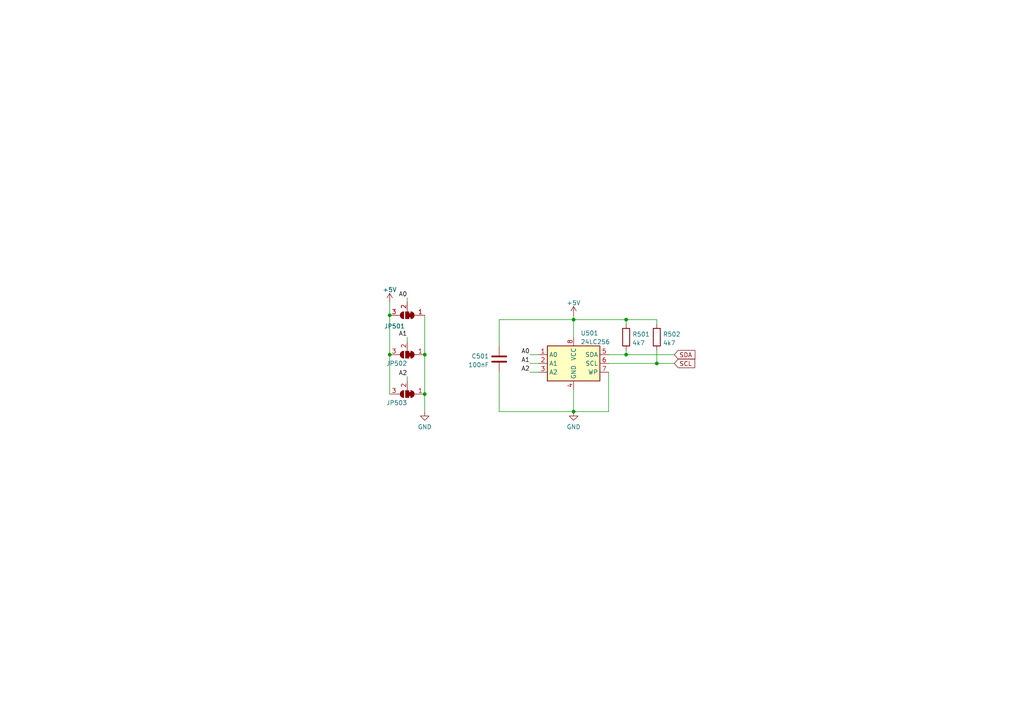
<source format=kicad_sch>
(kicad_sch (version 20211123) (generator eeschema)
  (paper "A4")
  (lib_symbols
    (symbol "Device:C" (pin_numbers hide) (pin_names (offset 0.254))
      (property "Reference" "C" (at 0.635 2.54 0))
      (property "Value" "C" (at 0.635 -2.54 0))
      (symbol "C_0_1"
        (polyline (pts (xy -2.032 -0.762) (xy 2.032 -0.762)) (stroke (width 0.508)))
        (polyline (pts (xy -2.032 0.762) (xy 2.032 0.762)) (stroke (width 0.508)))
      )
      (symbol "C_1_1"
        (pin passive line (at 0 3.81 270) (length 2.794) (name "~") (number "1"))
        (pin passive line (at 0 -3.81 90) (length 2.794) (name "~") (number "2"))
      )
    )
    (symbol "Device:R" (pin_numbers hide) (pin_names (offset 0))
      (property "Reference" "R" (at 2.032 0 90))
      (property "Value" "R" (at 0 0 90))
      (symbol "R_0_1"
        (rectangle (start -1.016 -2.54) (end 1.016 2.54) (stroke (width 0.254)))
      )
      (symbol "R_1_1"
        (pin passive line (at 0 3.81 270) (length 1.27) (name "~") (number "1"))
        (pin passive line (at 0 -3.81 90) (length 1.27) (name "~") (number "2"))
      )
    )
    (symbol "Jumper:SolderJumper_3_Bridged12" (pin_names (offset 0) hide)
      (property "Reference" "JP" (at -2.54 -2.54 0))
      (property "Value" "SolderJumper_3_Bridged12" (at 0 2.794 0))
      (symbol "SolderJumper_3_Bridged12_0_1"
        (rectangle (start -1.016 0.508) (end -0.508 -0.508) (fill (type outline)))
        (arc (start -1.016 1.016) (mid -2.032 0) (end -1.016 -1.016))
        (arc (start -1.016 1.016) (mid -2.032 0) (end -1.016 -1.016) (fill (type outline)))
        (rectangle (start -0.508 1.016) (end 0.508 -1.016) (fill (type outline)))
        (polyline (pts (xy -2.54 0) (xy -2.032 0)))
        (polyline (pts (xy -1.016 1.016) (xy -1.016 -1.016)))
        (polyline (pts (xy 0 -1.27) (xy 0 -1.016)))
        (polyline (pts (xy 1.016 1.016) (xy 1.016 -1.016)))
        (polyline (pts (xy 2.54 0) (xy 2.032 0)))
        (arc (start 1.016 -1.016) (mid 2.032 0) (end 1.016 1.016))
        (arc (start 1.016 -1.016) (mid 2.032 0) (end 1.016 1.016) (fill (type outline)))
      )
      (symbol "SolderJumper_3_Bridged12_1_1"
        (pin passive line (at -5.08 0 0) (length 2.54) (name "A") (number "1"))
        (pin passive line (at 0 -3.81 90) (length 2.54) (name "C") (number "2"))
        (pin passive line (at 5.08 0 180) (length 2.54) (name "B") (number "3"))
      )
    )
    (symbol "Memory_EEPROM:24LC256"
      (property "Reference" "U" (at -6.35 6.35 0))
      (property "Value" "24LC256" (at 1.27 6.35 0))
      (symbol "24LC256_1_1"
        (rectangle (start -7.62 5.08) (end 7.62 -5.08) (stroke (width 0.254)) (fill (type background)))
        (pin input line (at -10.16 2.54 0) (length 2.54) (name "A0") (number "1"))
        (pin input line (at -10.16 0 0) (length 2.54) (name "A1") (number "2"))
        (pin input line (at -10.16 -2.54 0) (length 2.54) (name "A2") (number "3"))
        (pin power_in line (at 0 -7.62 90) (length 2.54) (name "GND") (number "4"))
        (pin bidirectional line (at 10.16 2.54 180) (length 2.54) (name "SDA") (number "5"))
        (pin input line (at 10.16 0 180) (length 2.54) (name "SCL") (number "6"))
        (pin input line (at 10.16 -2.54 180) (length 2.54) (name "WP") (number "7"))
        (pin power_in line (at 0 7.62 270) (length 2.54) (name "VCC") (number "8"))
      )
    )
    (symbol "power:+5V" (power) (pin_names (offset 0))
      (property "Value" "+5V" (at 0 3.556 0))
      (symbol "+5V_0_1"
        (polyline (pts (xy -0.762 1.27) (xy 0 2.54)))
        (polyline (pts (xy 0 0) (xy 0 2.54)))
        (polyline (pts (xy 0 2.54) (xy 0.762 1.27)))
      )
      (symbol "+5V_1_1"
        (pin power_in line (at 0 0 90) (length 0) hide (name "+5V") (number "1"))
      )
    )
    (symbol "power:GND" (power) (pin_names (offset 0))
      (property "Value" "GND" (at 0 -3.81 0))
      (symbol "GND_0_1"
        (polyline (pts (xy 0 0) (xy 0 -1.27) (xy 1.27 -1.27) (xy 0 -2.54) (xy -1.27 -1.27) (xy 0 -1.27)))
      )
      (symbol "GND_1_1"
        (pin power_in line (at 0 0 270) (length 0) hide (name "GND") (number "1"))
      )
    )
  )
  (junction (at 123.19 102.87))
  (junction (at 181.61 102.87))
  (junction (at 190.5 105.41))
  (junction (at 181.61 92.71))
  (junction (at 166.37 119.38))
  (junction (at 166.37 92.71))
  (junction (at 123.19 114.3))
  (junction (at 113.03 91.44))
  (junction (at 113.03 102.87))
  (wire (pts (xy 190.5 105.41) (xy 195.58 105.41)))
  (wire (pts (xy 123.19 102.87) (xy 123.19 114.3)))
  (wire (pts (xy 156.21 102.87) (xy 153.67 102.87)))
  (wire (pts (xy 176.53 107.95) (xy 176.53 119.38)))
  (wire (pts (xy 144.78 92.71) (xy 166.37 92.71)))
  (wire (pts (xy 113.03 87.63) (xy 113.03 91.44)))
  (wire (pts (xy 113.03 91.44) (xy 113.03 102.87)))
  (wire (pts (xy 166.37 91.44) (xy 166.37 92.71)))
  (wire (pts (xy 156.21 107.95) (xy 153.67 107.95)))
  (wire (pts (xy 118.11 87.63) (xy 118.11 86.36)))
  (wire (pts (xy 190.5 92.71) (xy 181.61 92.71)))
  (wire (pts (xy 176.53 102.87) (xy 181.61 102.87)))
  (wire (pts (xy 190.5 101.6) (xy 190.5 105.41)))
  (wire (pts (xy 118.11 109.22) (xy 118.11 110.49)))
  (wire (pts (xy 144.78 107.95) (xy 144.78 119.38)))
  (wire (pts (xy 181.61 92.71) (xy 181.61 93.98)))
  (wire (pts (xy 190.5 93.98) (xy 190.5 92.71)))
  (wire (pts (xy 176.53 105.41) (xy 190.5 105.41)))
  (wire (pts (xy 113.03 102.87) (xy 113.03 114.3)))
  (wire (pts (xy 166.37 113.03) (xy 166.37 119.38)))
  (wire (pts (xy 176.53 119.38) (xy 166.37 119.38)))
  (wire (pts (xy 144.78 100.33) (xy 144.78 92.71)))
  (wire (pts (xy 166.37 92.71) (xy 166.37 97.79)))
  (wire (pts (xy 118.11 97.79) (xy 118.11 99.06)))
  (wire (pts (xy 156.21 105.41) (xy 153.67 105.41)))
  (wire (pts (xy 123.19 114.3) (xy 123.19 119.38)))
  (wire (pts (xy 144.78 119.38) (xy 166.37 119.38)))
  (wire (pts (xy 166.37 92.71) (xy 181.61 92.71)))
  (wire (pts (xy 181.61 102.87) (xy 195.58 102.87)))
  (wire (pts (xy 181.61 101.6) (xy 181.61 102.87)))
  (wire (pts (xy 123.19 91.44) (xy 123.19 102.87)))
  (label "A0" (at 118.11 86.36 180))
  (label "A2" (at 118.11 109.22 180))
  (label "A2" (at 153.67 107.95 180))
  (label "A0" (at 153.67 102.87 180))
  (label "A1" (at 118.11 97.79 180))
  (label "A1" (at 153.67 105.41 180))
  (global_label "SDA" (shape input) (at 195.58 102.87 0) (property "Intersheet References" "${INTERSHEET_REFS}" (effects hide)))
  (global_label "SCL" (shape input) (at 195.58 105.41 0) (property "Intersheet References" "${INTERSHEET_REFS}" (effects hide)))
  (symbol (lib_id "Memory_EEPROM:24LC256") (at 166.37 105.41 0) (unit 1)
    (property "Reference" "U501" (at 168.3894 96.6302 0) (effects (justify left)))
    (property "Value" "24LC256" (at 168.3894 99.1671 0) (effects (justify left)))
    (property "Footprint" "Package_SO:SOIC-8_3.9x4.9mm_P1.27mm" (effects hide))
    (property "Datasheet" "http://ww1.microchip.com/downloads/en/devicedoc/21203m.pdf" (effects hide))
    (property "JLCPCB Part#" "C2987263" (effects hide))
  )
  (symbol (lib_id "Jumper:SolderJumper_3_Bridged12") (at 118.11 114.3 180) (unit 1)
    (property "Reference" "JP503" (at 118.11 116.84 0) (effects (justify left)))
    (property "Value" "SolderJumper_3_Bridged12" (effects hide))
    (property "Footprint" "Jumper:SolderJumper-3_P1.3mm_Bridged12_RoundedPad1.0x1.5mm_NumberLabels" (effects hide))
  )
  (symbol (lib_id "power:GND") (at 166.37 119.38 0) (unit 1)
    (property "Reference" "#PWR0504" (effects hide))
    (property "Value" "GND" (at 166.37 123.8234 0))
  )
  (symbol (lib_id "Device:R") (at 181.61 97.79 0) (unit 1)
    (property "Reference" "R501" (at 183.388 96.9553 0) (effects (justify left)))
    (property "Value" "4k7" (at 183.388 99.4922 0) (effects (justify left)))
    (property "Footprint" "Resistor_SMD:R_0603_1608Metric" (effects hide))
    (property "JLCPCB Part#" "C23162" (effects hide))
  )
  (symbol (lib_id "power:GND") (at 123.19 119.38 0) (unit 1)
    (property "Reference" "#PWR0503" (effects hide))
    (property "Value" "GND" (at 123.19 123.8234 0))
  )
  (symbol (lib_id "Device:R") (at 190.5 97.79 0) (unit 1)
    (property "Reference" "R502" (at 192.278 96.9553 0) (effects (justify left)))
    (property "Value" "4k7" (at 192.278 99.4922 0) (effects (justify left)))
    (property "Footprint" "Resistor_SMD:R_0603_1608Metric" (effects hide))
    (property "JLCPCB Part#" "C23162" (effects hide))
  )
  (symbol (lib_id "Jumper:SolderJumper_3_Bridged12") (at 118.11 91.44 180) (unit 1)
    (property "Reference" "JP501" (at 117.475 94.615 0) (effects (justify left)))
    (property "Value" "SolderJumper_3_Bridged12" (effects hide))
    (property "Footprint" "Jumper:SolderJumper-3_P1.3mm_Bridged12_RoundedPad1.0x1.5mm_NumberLabels" (effects hide))
  )
  (symbol (lib_id "Device:C") (at 144.78 104.14 0) (mirror x) (unit 1)
    (property "Reference" "C501" (at 141.859 103.3053 0) (effects (justify right)))
    (property "Value" "100nF" (at 141.859 105.8422 0) (effects (justify right)))
    (property "Footprint" "Capacitor_SMD:C_0603_1608Metric_Pad1.08x0.95mm_HandSolder" (effects hide))
    (property "JLCPCB Part#" "C14663" (effects hide))
  )
  (symbol (lib_id "power:+5V") (at 113.03 87.63 0) (unit 1)
    (property "Reference" "#PWR0501" (effects hide))
    (property "Value" "+5V" (at 113.03 84.0542 0))
  )
  (symbol (lib_id "Jumper:SolderJumper_3_Bridged12") (at 118.11 102.87 180) (unit 1)
    (property "Reference" "JP502" (at 118.11 105.41 0) (effects (justify left)))
    (property "Value" "SolderJumper_3_Bridged12" (effects hide))
    (property "Footprint" "Jumper:SolderJumper-3_P1.3mm_Bridged12_RoundedPad1.0x1.5mm_NumberLabels" (effects hide))
  )
  (symbol (lib_id "power:+5V") (at 166.37 91.44 0) (unit 1)
    (property "Reference" "#PWR0502" (effects hide))
    (property "Value" "+5V" (at 166.37 87.8642 0))
  )
)
</source>
